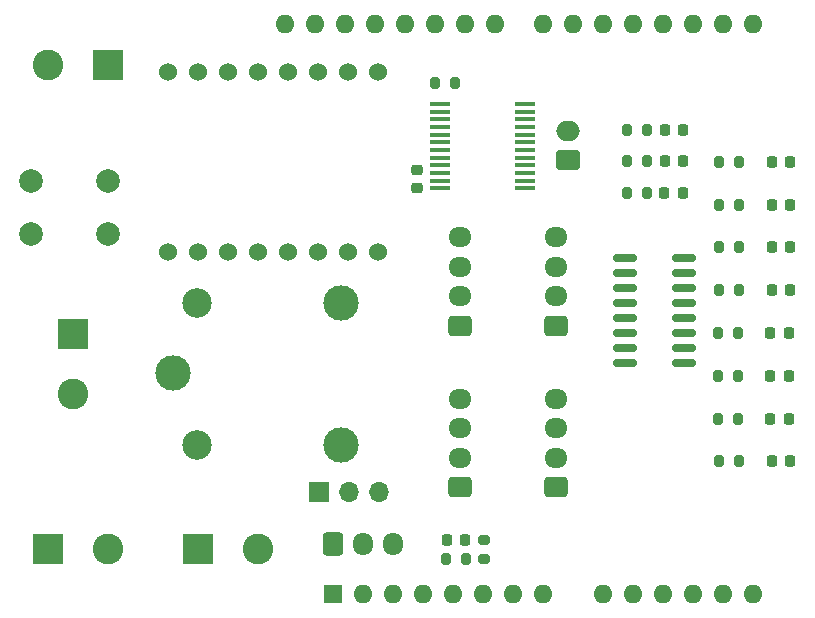
<source format=gbr>
%TF.GenerationSoftware,KiCad,Pcbnew,8.0.1*%
%TF.CreationDate,2024-06-08T08:25:42+08:00*%
%TF.ProjectId,uno_car,756e6f5f-6361-4722-9e6b-696361645f70,v1.0.2*%
%TF.SameCoordinates,Original*%
%TF.FileFunction,Soldermask,Top*%
%TF.FilePolarity,Negative*%
%FSLAX46Y46*%
G04 Gerber Fmt 4.6, Leading zero omitted, Abs format (unit mm)*
G04 Created by KiCad (PCBNEW 8.0.1) date 2024-06-08 08:25:42*
%MOMM*%
%LPD*%
G01*
G04 APERTURE LIST*
G04 Aperture macros list*
%AMRoundRect*
0 Rectangle with rounded corners*
0 $1 Rounding radius*
0 $2 $3 $4 $5 $6 $7 $8 $9 X,Y pos of 4 corners*
0 Add a 4 corners polygon primitive as box body*
4,1,4,$2,$3,$4,$5,$6,$7,$8,$9,$2,$3,0*
0 Add four circle primitives for the rounded corners*
1,1,$1+$1,$2,$3*
1,1,$1+$1,$4,$5*
1,1,$1+$1,$6,$7*
1,1,$1+$1,$8,$9*
0 Add four rect primitives between the rounded corners*
20,1,$1+$1,$2,$3,$4,$5,0*
20,1,$1+$1,$4,$5,$6,$7,0*
20,1,$1+$1,$6,$7,$8,$9,0*
20,1,$1+$1,$8,$9,$2,$3,0*%
G04 Aperture macros list end*
%ADD10RoundRect,0.218750X-0.218750X-0.256250X0.218750X-0.256250X0.218750X0.256250X-0.218750X0.256250X0*%
%ADD11RoundRect,0.250000X0.725000X-0.600000X0.725000X0.600000X-0.725000X0.600000X-0.725000X-0.600000X0*%
%ADD12O,1.950000X1.700000*%
%ADD13RoundRect,0.200000X0.275000X-0.200000X0.275000X0.200000X-0.275000X0.200000X-0.275000X-0.200000X0*%
%ADD14R,2.600000X2.600000*%
%ADD15C,2.600000*%
%ADD16R,1.700000X1.700000*%
%ADD17O,1.700000X1.700000*%
%ADD18RoundRect,0.200000X0.200000X0.275000X-0.200000X0.275000X-0.200000X-0.275000X0.200000X-0.275000X0*%
%ADD19RoundRect,0.250000X0.750000X-0.600000X0.750000X0.600000X-0.750000X0.600000X-0.750000X-0.600000X0*%
%ADD20O,2.000000X1.700000*%
%ADD21RoundRect,0.218750X0.218750X0.256250X-0.218750X0.256250X-0.218750X-0.256250X0.218750X-0.256250X0*%
%ADD22C,3.000000*%
%ADD23C,2.500000*%
%ADD24RoundRect,0.150000X0.825000X0.150000X-0.825000X0.150000X-0.825000X-0.150000X0.825000X-0.150000X0*%
%ADD25R,1.750000X0.450000*%
%ADD26RoundRect,0.225000X-0.250000X0.225000X-0.250000X-0.225000X0.250000X-0.225000X0.250000X0.225000X0*%
%ADD27C,2.000000*%
%ADD28RoundRect,0.200000X-0.200000X-0.275000X0.200000X-0.275000X0.200000X0.275000X-0.200000X0.275000X0*%
%ADD29C,1.524000*%
%ADD30RoundRect,0.250000X-0.600000X-0.725000X0.600000X-0.725000X0.600000X0.725000X-0.600000X0.725000X0*%
%ADD31O,1.700000X1.950000*%
%ADD32R,1.600000X1.600000*%
%ADD33O,1.600000X1.600000*%
G04 APERTURE END LIST*
D10*
%TO.C,D4*%
X207212500Y-80600000D03*
X208787500Y-80600000D03*
%TD*%
D11*
%TO.C,J9*%
X189050000Y-76350000D03*
D12*
X189050000Y-73850000D03*
X189050000Y-71350000D03*
X189050000Y-68850000D03*
%TD*%
D13*
%TO.C,R1*%
X182950000Y-96125000D03*
X182950000Y-94475000D03*
%TD*%
D10*
%TO.C,D2*%
X198237500Y-65150000D03*
X199812500Y-65150000D03*
%TD*%
%TO.C,D12*%
X198275000Y-59750000D03*
X199850000Y-59750000D03*
%TD*%
D11*
%TO.C,J8*%
X180900000Y-90050000D03*
D12*
X180900000Y-87550000D03*
X180900000Y-85050000D03*
X180900000Y-82550000D03*
%TD*%
D10*
%TO.C,D3*%
X207212500Y-84221400D03*
X208787500Y-84221400D03*
%TD*%
D14*
%TO.C,J5*%
X148183000Y-77022000D03*
D15*
X148183000Y-82102000D03*
%TD*%
D10*
%TO.C,D8*%
X207309900Y-66114300D03*
X208884900Y-66114300D03*
%TD*%
%TO.C,D10*%
X207309900Y-87842900D03*
X208884900Y-87842900D03*
%TD*%
D11*
%TO.C,J10*%
X189050000Y-90050000D03*
D12*
X189050000Y-87550000D03*
X189050000Y-85050000D03*
X189050000Y-82550000D03*
%TD*%
D16*
%TO.C,JP1*%
X169037000Y-90424000D03*
D17*
X171577000Y-90424000D03*
X174117000Y-90424000D03*
%TD*%
D18*
%TO.C,R14*%
X204541400Y-87842900D03*
X202891400Y-87842900D03*
%TD*%
D14*
%TO.C,J3*%
X151135000Y-54305000D03*
D15*
X146055000Y-54305000D03*
%TD*%
D19*
%TO.C,J6*%
X190050000Y-62350000D03*
D20*
X190050000Y-59850000D03*
%TD*%
D18*
%TO.C,R2*%
X181400000Y-96100000D03*
X179750000Y-96100000D03*
%TD*%
D21*
%TO.C,D1*%
X181387500Y-94500000D03*
X179812500Y-94500000D03*
%TD*%
D10*
%TO.C,D6*%
X207309900Y-73357100D03*
X208884900Y-73357100D03*
%TD*%
%TO.C,D7*%
X207309900Y-69735700D03*
X208884900Y-69735700D03*
%TD*%
D18*
%TO.C,R8*%
X204444000Y-80600000D03*
X202794000Y-80600000D03*
%TD*%
%TO.C,R7*%
X204444000Y-84221400D03*
X202794000Y-84221400D03*
%TD*%
D22*
%TO.C,K1*%
X156675000Y-80400000D03*
D23*
X158625000Y-86450000D03*
D22*
X170825000Y-86450000D03*
X170875000Y-74400000D03*
D23*
X158625000Y-74450000D03*
%TD*%
D24*
%TO.C,U2*%
X199866400Y-79527900D03*
X199866400Y-78257900D03*
X199866400Y-76987900D03*
X199866400Y-75717900D03*
X199866400Y-74447900D03*
X199866400Y-73177900D03*
X199866400Y-71907900D03*
X199866400Y-70637900D03*
X194916400Y-70637900D03*
X194916400Y-71907900D03*
X194916400Y-73177900D03*
X194916400Y-74447900D03*
X194916400Y-75717900D03*
X194916400Y-76987900D03*
X194916400Y-78257900D03*
X194916400Y-79527900D03*
%TD*%
D10*
%TO.C,D9*%
X207309900Y-62492900D03*
X208884900Y-62492900D03*
%TD*%
D18*
%TO.C,R9*%
X204444000Y-76978600D03*
X202794000Y-76978600D03*
%TD*%
D11*
%TO.C,J7*%
X180950000Y-76350000D03*
D12*
X180950000Y-73850000D03*
X180950000Y-71350000D03*
X180950000Y-68850000D03*
%TD*%
D25*
%TO.C,U4*%
X186450000Y-64725000D03*
X186450000Y-64075000D03*
X186450000Y-63425000D03*
X186450000Y-62775000D03*
X186450000Y-62125000D03*
X186450000Y-61475000D03*
X186450000Y-60825000D03*
X186450000Y-60175000D03*
X186450000Y-59525000D03*
X186450000Y-58875000D03*
X186450000Y-58225000D03*
X186450000Y-57575000D03*
X179250000Y-57575000D03*
X179250000Y-58225000D03*
X179250000Y-58875000D03*
X179250000Y-59525000D03*
X179250000Y-60175000D03*
X179250000Y-60825000D03*
X179250000Y-61475000D03*
X179250000Y-62125000D03*
X179250000Y-62775000D03*
X179250000Y-63425000D03*
X179250000Y-64075000D03*
X179250000Y-64725000D03*
%TD*%
D10*
%TO.C,D5*%
X207212500Y-76978600D03*
X208787500Y-76978600D03*
%TD*%
D26*
%TO.C,C1*%
X177300000Y-63175000D03*
X177300000Y-64725000D03*
%TD*%
D27*
%TO.C,SW1*%
X151130000Y-68580000D03*
X144630000Y-68580000D03*
X151130000Y-64080000D03*
X144630000Y-64080000D03*
%TD*%
D18*
%TO.C,R13*%
X204541400Y-62492900D03*
X202891400Y-62492900D03*
%TD*%
D14*
%TO.C,J2*%
X158745000Y-95250000D03*
D15*
X163825000Y-95250000D03*
%TD*%
D14*
%TO.C,J4*%
X146045000Y-95250000D03*
D15*
X151125000Y-95250000D03*
%TD*%
D28*
%TO.C,R5*%
X195100000Y-62450000D03*
X196750000Y-62450000D03*
%TD*%
%TO.C,R23*%
X178825000Y-55850000D03*
X180475000Y-55850000D03*
%TD*%
%TO.C,R6*%
X195100000Y-59800000D03*
X196750000Y-59800000D03*
%TD*%
D18*
%TO.C,R11*%
X204541400Y-69735700D03*
X202891400Y-69735700D03*
%TD*%
%TO.C,R12*%
X204541400Y-66114300D03*
X202891400Y-66114300D03*
%TD*%
D29*
%TO.C,U1*%
X156210000Y-70104000D03*
X158750000Y-70104000D03*
X161290000Y-70104000D03*
X163830000Y-70104000D03*
X166370000Y-70104000D03*
X168910000Y-70104000D03*
X171450000Y-70104000D03*
X173990000Y-70104000D03*
X156210000Y-54864000D03*
X158750000Y-54864000D03*
X161290000Y-54864000D03*
X163830000Y-54864000D03*
X166370000Y-54864000D03*
X168910000Y-54864000D03*
X171450000Y-54864000D03*
X173990000Y-54864000D03*
%TD*%
D10*
%TO.C,D11*%
X198265500Y-62450000D03*
X199840500Y-62450000D03*
%TD*%
D28*
%TO.C,R3*%
X195100000Y-65150000D03*
X196750000Y-65150000D03*
%TD*%
D18*
%TO.C,R10*%
X204541400Y-73357100D03*
X202891400Y-73357100D03*
%TD*%
D30*
%TO.C,J1*%
X170220000Y-94869000D03*
D31*
X172720000Y-94869000D03*
X175220000Y-94869000D03*
%TD*%
D32*
%TO.C,A1*%
X170180000Y-99060000D03*
D33*
X172720000Y-99060000D03*
X175260000Y-99060000D03*
X177800000Y-99060000D03*
X180340000Y-99060000D03*
X182880000Y-99060000D03*
X185420000Y-99060000D03*
X187960000Y-99060000D03*
X193040000Y-99060000D03*
X195580000Y-99060000D03*
X198120000Y-99060000D03*
X200660000Y-99060000D03*
X203200000Y-99060000D03*
X205740000Y-99060000D03*
X205740000Y-50800000D03*
X203200000Y-50800000D03*
X200660000Y-50800000D03*
X198120000Y-50800000D03*
X195580000Y-50800000D03*
X193040000Y-50800000D03*
X190500000Y-50800000D03*
X187960000Y-50800000D03*
X183900000Y-50800000D03*
X181360000Y-50800000D03*
X178820000Y-50800000D03*
X176280000Y-50800000D03*
X173740000Y-50800000D03*
X171200000Y-50800000D03*
X168660000Y-50800000D03*
X166120000Y-50800000D03*
%TD*%
M02*

</source>
